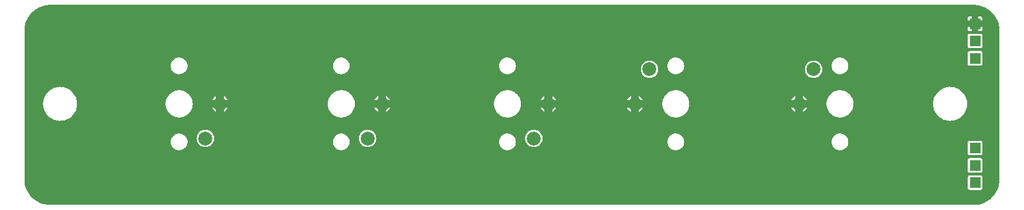
<source format=gbl>
G04 Layer: BottomLayer*
G04 EasyEDA v6.5.34, 2023-08-17 23:02:58*
G04 80a5892e81db4367b3f60eb2337eeb35,8ef1d5b344d144c2b0b16805c6f0e890,10*
G04 Gerber Generator version 0.2*
G04 Scale: 100 percent, Rotated: No, Reflected: No *
G04 Dimensions in millimeters *
G04 leading zeros omitted , absolute positions ,4 integer and 5 decimal *
%FSLAX45Y45*%
%MOMM*%

%ADD10C,2.0000*%
%ADD11R,1.5748X1.5748*%

%LPD*%
G36*
X400253Y-2924098D02*
G01*
X374142Y-2923184D01*
X348742Y-2920542D01*
X323545Y-2916174D01*
X298754Y-2910078D01*
X274421Y-2902356D01*
X250647Y-2892958D01*
X227584Y-2881985D01*
X205333Y-2869438D01*
X183997Y-2855417D01*
X163677Y-2839923D01*
X144424Y-2823159D01*
X126390Y-2805074D01*
X109626Y-2785821D01*
X94183Y-2765450D01*
X80213Y-2744063D01*
X67716Y-2721762D01*
X56743Y-2698699D01*
X47396Y-2674924D01*
X39725Y-2650591D01*
X33680Y-2625750D01*
X29362Y-2600604D01*
X26771Y-2575204D01*
X25908Y-2549398D01*
X25908Y-400608D01*
X26822Y-374142D01*
X29464Y-348742D01*
X33832Y-323545D01*
X39878Y-298754D01*
X47650Y-274421D01*
X57048Y-250647D01*
X68021Y-227584D01*
X80568Y-205333D01*
X94589Y-183997D01*
X110032Y-163677D01*
X126847Y-144424D01*
X144932Y-126390D01*
X164185Y-109626D01*
X184556Y-94183D01*
X205943Y-80213D01*
X228193Y-67716D01*
X251307Y-56743D01*
X275082Y-47396D01*
X299415Y-39725D01*
X324256Y-33680D01*
X349402Y-29362D01*
X374802Y-26771D01*
X400608Y-25908D01*
X13729411Y-25908D01*
X13755878Y-26822D01*
X13781278Y-29464D01*
X13806424Y-33832D01*
X13831265Y-39878D01*
X13855598Y-47650D01*
X13879322Y-57048D01*
X13902385Y-68021D01*
X13924635Y-80568D01*
X13946022Y-94589D01*
X13966342Y-110032D01*
X13985595Y-126847D01*
X14003629Y-144932D01*
X14020393Y-164185D01*
X14035786Y-184556D01*
X14049806Y-205943D01*
X14062303Y-228193D01*
X14073225Y-251307D01*
X14082572Y-275082D01*
X14090294Y-299415D01*
X14096288Y-324256D01*
X14100606Y-349402D01*
X14103197Y-374802D01*
X14104112Y-400608D01*
X14104112Y-2549398D01*
X14103146Y-2575864D01*
X14100556Y-2601264D01*
X14096187Y-2626461D01*
X14090091Y-2651252D01*
X14082369Y-2675585D01*
X14072971Y-2699359D01*
X14061948Y-2722422D01*
X14049451Y-2744673D01*
X14035379Y-2766009D01*
X14019936Y-2786329D01*
X14003121Y-2805582D01*
X13985087Y-2823616D01*
X13965783Y-2840380D01*
X13945412Y-2855823D01*
X13924076Y-2869793D01*
X13901775Y-2882290D01*
X13878712Y-2893212D01*
X13854938Y-2902559D01*
X13830604Y-2910281D01*
X13805763Y-2916326D01*
X13780566Y-2920644D01*
X13755166Y-2923235D01*
X13729411Y-2924098D01*
G37*

%LPC*%
G36*
X13671854Y-2704642D02*
G01*
X13828166Y-2704642D01*
X13834516Y-2703931D01*
X13839951Y-2702001D01*
X13844879Y-2698953D01*
X13848943Y-2694838D01*
X13852042Y-2689961D01*
X13853922Y-2684475D01*
X13854684Y-2678176D01*
X13854684Y-2521813D01*
X13853922Y-2515514D01*
X13852042Y-2510028D01*
X13848943Y-2505151D01*
X13844879Y-2501036D01*
X13839951Y-2497988D01*
X13834516Y-2496058D01*
X13828166Y-2495346D01*
X13671854Y-2495346D01*
X13665504Y-2496058D01*
X13660069Y-2497988D01*
X13655141Y-2501036D01*
X13651077Y-2505151D01*
X13647978Y-2510028D01*
X13646099Y-2515514D01*
X13645388Y-2521813D01*
X13645388Y-2678176D01*
X13646099Y-2684475D01*
X13647978Y-2689961D01*
X13651077Y-2694838D01*
X13655141Y-2698953D01*
X13660069Y-2702001D01*
X13665504Y-2703931D01*
G37*
G36*
X13671854Y-2454656D02*
G01*
X13828166Y-2454656D01*
X13834516Y-2453944D01*
X13839951Y-2452014D01*
X13844879Y-2448966D01*
X13848943Y-2444851D01*
X13852042Y-2439974D01*
X13853922Y-2434488D01*
X13854684Y-2428189D01*
X13854684Y-2271826D01*
X13853922Y-2265527D01*
X13852042Y-2260041D01*
X13848943Y-2255164D01*
X13844879Y-2251049D01*
X13839951Y-2247950D01*
X13834516Y-2246071D01*
X13828166Y-2245360D01*
X13671854Y-2245360D01*
X13665504Y-2246071D01*
X13660069Y-2247950D01*
X13655141Y-2251049D01*
X13651077Y-2255164D01*
X13647978Y-2260041D01*
X13646099Y-2265527D01*
X13645388Y-2271826D01*
X13645388Y-2428189D01*
X13646099Y-2434488D01*
X13647978Y-2439974D01*
X13651077Y-2444851D01*
X13655141Y-2448966D01*
X13660069Y-2452014D01*
X13665504Y-2453944D01*
G37*
G36*
X13671854Y-2204669D02*
G01*
X13828166Y-2204669D01*
X13834516Y-2203907D01*
X13839951Y-2202027D01*
X13844828Y-2198928D01*
X13848943Y-2194864D01*
X13852042Y-2189937D01*
X13853922Y-2184501D01*
X13854633Y-2178151D01*
X13854633Y-2021839D01*
X13853922Y-2015489D01*
X13852042Y-2010054D01*
X13848943Y-2005126D01*
X13844828Y-2001062D01*
X13839951Y-1997964D01*
X13834516Y-1996084D01*
X13828166Y-1995373D01*
X13671854Y-1995373D01*
X13665504Y-1996084D01*
X13660069Y-1997964D01*
X13655141Y-2001062D01*
X13651077Y-2005126D01*
X13647978Y-2010054D01*
X13646048Y-2015489D01*
X13645337Y-2021839D01*
X13645337Y-2178151D01*
X13646048Y-2184501D01*
X13647978Y-2189937D01*
X13651077Y-2194864D01*
X13655141Y-2198928D01*
X13660069Y-2202027D01*
X13665504Y-2203907D01*
G37*
G36*
X9426244Y-2130856D02*
G01*
X9441129Y-2130399D01*
X9455861Y-2128113D01*
X9470186Y-2123998D01*
X9483852Y-2118207D01*
X9496755Y-2110790D01*
X9508642Y-2101799D01*
X9519310Y-2091436D01*
X9528657Y-2079853D01*
X9536480Y-2067204D01*
X9542729Y-2053691D01*
X9547250Y-2039467D01*
X9549942Y-2024837D01*
X9550857Y-2010003D01*
X9549942Y-1995170D01*
X9547250Y-1980539D01*
X9542729Y-1966315D01*
X9536480Y-1952802D01*
X9528657Y-1940153D01*
X9519310Y-1928571D01*
X9508642Y-1918207D01*
X9496755Y-1909216D01*
X9483852Y-1901799D01*
X9470186Y-1896008D01*
X9455861Y-1891944D01*
X9441129Y-1889658D01*
X9426244Y-1889201D01*
X9411462Y-1890572D01*
X9396933Y-1893722D01*
X9382861Y-1898700D01*
X9369552Y-1905304D01*
X9357156Y-1913534D01*
X9345828Y-1923237D01*
X9335820Y-1934210D01*
X9327235Y-1946351D01*
X9320174Y-1959457D01*
X9314789Y-1973376D01*
X9311182Y-1987804D01*
X9309354Y-2002586D01*
X9309354Y-2017471D01*
X9311182Y-2032203D01*
X9314789Y-2046630D01*
X9320174Y-2060549D01*
X9327235Y-2073656D01*
X9335820Y-2085797D01*
X9345828Y-2096770D01*
X9357156Y-2106472D01*
X9369552Y-2114702D01*
X9382861Y-2121306D01*
X9396933Y-2126284D01*
X9411462Y-2129485D01*
G37*
G36*
X6996277Y-2130856D02*
G01*
X7011162Y-2130399D01*
X7025894Y-2128113D01*
X7040168Y-2124049D01*
X7053884Y-2118258D01*
X7066788Y-2110790D01*
X7078675Y-2101799D01*
X7089343Y-2091436D01*
X7098690Y-2079853D01*
X7106513Y-2067204D01*
X7112711Y-2053691D01*
X7117232Y-2039518D01*
X7119975Y-2024888D01*
X7120890Y-2010003D01*
X7119975Y-1995170D01*
X7117232Y-1980539D01*
X7112711Y-1966366D01*
X7106513Y-1952853D01*
X7098690Y-1940153D01*
X7089343Y-1928571D01*
X7078675Y-1918207D01*
X7066788Y-1909267D01*
X7053884Y-1901799D01*
X7040168Y-1896008D01*
X7025894Y-1891944D01*
X7011162Y-1889658D01*
X6996277Y-1889201D01*
X6981444Y-1890572D01*
X6966915Y-1893773D01*
X6952894Y-1898700D01*
X6939584Y-1905355D01*
X6927138Y-1913534D01*
X6915861Y-1923237D01*
X6905853Y-1934260D01*
X6897217Y-1946402D01*
X6890207Y-1959508D01*
X6884822Y-1973376D01*
X6881164Y-1987804D01*
X6879336Y-2002586D01*
X6879336Y-2017471D01*
X6881164Y-2032254D01*
X6884822Y-2046681D01*
X6890207Y-2060549D01*
X6897217Y-2073656D01*
X6905853Y-2085797D01*
X6915861Y-2096820D01*
X6927138Y-2106472D01*
X6939584Y-2114702D01*
X6952894Y-2121357D01*
X6966915Y-2126284D01*
X6981444Y-2129485D01*
G37*
G36*
X11796268Y-2130856D02*
G01*
X11811152Y-2130399D01*
X11825833Y-2128113D01*
X11840159Y-2123998D01*
X11853875Y-2118207D01*
X11866778Y-2110790D01*
X11878665Y-2101799D01*
X11889333Y-2091436D01*
X11898680Y-2079853D01*
X11906504Y-2067204D01*
X11912701Y-2053691D01*
X11917222Y-2039518D01*
X11919966Y-2024888D01*
X11920880Y-2010003D01*
X11919966Y-1995170D01*
X11917222Y-1980539D01*
X11912701Y-1966315D01*
X11906504Y-1952802D01*
X11898680Y-1940153D01*
X11889333Y-1928571D01*
X11878665Y-1918207D01*
X11866778Y-1909216D01*
X11853875Y-1901799D01*
X11840159Y-1896008D01*
X11825833Y-1891944D01*
X11811152Y-1889658D01*
X11796268Y-1889201D01*
X11781434Y-1890572D01*
X11766905Y-1893722D01*
X11752884Y-1898700D01*
X11739524Y-1905304D01*
X11727129Y-1913534D01*
X11715851Y-1923237D01*
X11705793Y-1934210D01*
X11697208Y-1946351D01*
X11690197Y-1959508D01*
X11684812Y-1973376D01*
X11681155Y-1987804D01*
X11679326Y-2002586D01*
X11679326Y-2017471D01*
X11681155Y-2032203D01*
X11684812Y-2046630D01*
X11690197Y-2060549D01*
X11697208Y-2073656D01*
X11705793Y-2085797D01*
X11715851Y-2096770D01*
X11727129Y-2106472D01*
X11739524Y-2114702D01*
X11752884Y-2121357D01*
X11766905Y-2126284D01*
X11781434Y-2129485D01*
G37*
G36*
X4596282Y-2130806D02*
G01*
X4611166Y-2130348D01*
X4625848Y-2128062D01*
X4640173Y-2123998D01*
X4653889Y-2118207D01*
X4666792Y-2110790D01*
X4678680Y-2101799D01*
X4689348Y-2091436D01*
X4698695Y-2079853D01*
X4706518Y-2067204D01*
X4712716Y-2053691D01*
X4717237Y-2039467D01*
X4719980Y-2024837D01*
X4720894Y-2010003D01*
X4719980Y-1995170D01*
X4717237Y-1980539D01*
X4712716Y-1966315D01*
X4706518Y-1952802D01*
X4698695Y-1940153D01*
X4689348Y-1928571D01*
X4678680Y-1918207D01*
X4666792Y-1909216D01*
X4653889Y-1901799D01*
X4640173Y-1896008D01*
X4625848Y-1891893D01*
X4611166Y-1889607D01*
X4596282Y-1889150D01*
X4581448Y-1890522D01*
X4566920Y-1893722D01*
X4552899Y-1898700D01*
X4539589Y-1905304D01*
X4527143Y-1913534D01*
X4515866Y-1923237D01*
X4505807Y-1934210D01*
X4497222Y-1946351D01*
X4490212Y-1959457D01*
X4484827Y-1973376D01*
X4481169Y-1987804D01*
X4479340Y-2002536D01*
X4479340Y-2017420D01*
X4481169Y-2032203D01*
X4484827Y-2046630D01*
X4490212Y-2060549D01*
X4497222Y-2073656D01*
X4505807Y-2085797D01*
X4515866Y-2096770D01*
X4527143Y-2106472D01*
X4539589Y-2114702D01*
X4552899Y-2121306D01*
X4566920Y-2126284D01*
X4581448Y-2129434D01*
G37*
G36*
X2256282Y-2130806D02*
G01*
X2271166Y-2130348D01*
X2285847Y-2128062D01*
X2300173Y-2123998D01*
X2313889Y-2118207D01*
X2326792Y-2110790D01*
X2338679Y-2101799D01*
X2349347Y-2091436D01*
X2358694Y-2079853D01*
X2366518Y-2067204D01*
X2372715Y-2053691D01*
X2377236Y-2039467D01*
X2379980Y-2024837D01*
X2380894Y-2010003D01*
X2379980Y-1995170D01*
X2377236Y-1980539D01*
X2372715Y-1966315D01*
X2366518Y-1952802D01*
X2358694Y-1940153D01*
X2349347Y-1928571D01*
X2338679Y-1918207D01*
X2326792Y-1909216D01*
X2313889Y-1901799D01*
X2300173Y-1896008D01*
X2285847Y-1891893D01*
X2271166Y-1889607D01*
X2256282Y-1889150D01*
X2241448Y-1890522D01*
X2226919Y-1893722D01*
X2212898Y-1898700D01*
X2199589Y-1905304D01*
X2187143Y-1913534D01*
X2175865Y-1923237D01*
X2165807Y-1934210D01*
X2157222Y-1946351D01*
X2150211Y-1959457D01*
X2144826Y-1973376D01*
X2141169Y-1987804D01*
X2139340Y-2002536D01*
X2139340Y-2017420D01*
X2141169Y-2032203D01*
X2144826Y-2046630D01*
X2150211Y-2060549D01*
X2157222Y-2073656D01*
X2165807Y-2085797D01*
X2175865Y-2096770D01*
X2187143Y-2106472D01*
X2199589Y-2114702D01*
X2212898Y-2121306D01*
X2226919Y-2126284D01*
X2241448Y-2129434D01*
G37*
G36*
X7380020Y-2085898D02*
G01*
X7395209Y-2084984D01*
X7410145Y-2082241D01*
X7424674Y-2077720D01*
X7438491Y-2071471D01*
X7451547Y-2063597D01*
X7463485Y-2054250D01*
X7474254Y-2043480D01*
X7483602Y-2031492D01*
X7491475Y-2018487D01*
X7497724Y-2004618D01*
X7502245Y-1990140D01*
X7504988Y-1975154D01*
X7505903Y-1960016D01*
X7504988Y-1944827D01*
X7502245Y-1929892D01*
X7497724Y-1915363D01*
X7491475Y-1901494D01*
X7483602Y-1888489D01*
X7474254Y-1876501D01*
X7463485Y-1865782D01*
X7451547Y-1856384D01*
X7438491Y-1848510D01*
X7424674Y-1842312D01*
X7410145Y-1837791D01*
X7395209Y-1835048D01*
X7380020Y-1834134D01*
X7364831Y-1835048D01*
X7349896Y-1837791D01*
X7335367Y-1842312D01*
X7321499Y-1848510D01*
X7308494Y-1856384D01*
X7296505Y-1865782D01*
X7285786Y-1876501D01*
X7276388Y-1888489D01*
X7268565Y-1901494D01*
X7262317Y-1915363D01*
X7257796Y-1929892D01*
X7255052Y-1944827D01*
X7254138Y-1960016D01*
X7255052Y-1975154D01*
X7257796Y-1990140D01*
X7262317Y-2004618D01*
X7268565Y-2018487D01*
X7276388Y-2031492D01*
X7285786Y-2043480D01*
X7296505Y-2054250D01*
X7308494Y-2063597D01*
X7321499Y-2071471D01*
X7335367Y-2077720D01*
X7349896Y-2082241D01*
X7364831Y-2084984D01*
G37*
G36*
X2640025Y-2085898D02*
G01*
X2655163Y-2084984D01*
X2670149Y-2082241D01*
X2684627Y-2077720D01*
X2698496Y-2071471D01*
X2711500Y-2063597D01*
X2723489Y-2054250D01*
X2734259Y-2043480D01*
X2743606Y-2031492D01*
X2751480Y-2018487D01*
X2757728Y-2004618D01*
X2762250Y-1990140D01*
X2764993Y-1975154D01*
X2765907Y-1960016D01*
X2764993Y-1944827D01*
X2762250Y-1929892D01*
X2757728Y-1915363D01*
X2751480Y-1901494D01*
X2743606Y-1888489D01*
X2734259Y-1876501D01*
X2723489Y-1865782D01*
X2711500Y-1856384D01*
X2698496Y-1848510D01*
X2684627Y-1842312D01*
X2670149Y-1837791D01*
X2655163Y-1835048D01*
X2640025Y-1834134D01*
X2624836Y-1835048D01*
X2609900Y-1837791D01*
X2595372Y-1842312D01*
X2581503Y-1848510D01*
X2568498Y-1856384D01*
X2556510Y-1865782D01*
X2545791Y-1876501D01*
X2536393Y-1888489D01*
X2528519Y-1901494D01*
X2522321Y-1915363D01*
X2517800Y-1929892D01*
X2515057Y-1944827D01*
X2514142Y-1960016D01*
X2515057Y-1975154D01*
X2517800Y-1990140D01*
X2522321Y-2004618D01*
X2528519Y-2018487D01*
X2536393Y-2031492D01*
X2545791Y-2043480D01*
X2556510Y-2054250D01*
X2568498Y-2063597D01*
X2581503Y-2071471D01*
X2595372Y-2077720D01*
X2609900Y-2082241D01*
X2624836Y-2084984D01*
G37*
G36*
X4980025Y-2085898D02*
G01*
X4995164Y-2084984D01*
X5010150Y-2082241D01*
X5024628Y-2077720D01*
X5038496Y-2071471D01*
X5051501Y-2063597D01*
X5063490Y-2054250D01*
X5074259Y-2043480D01*
X5083606Y-2031492D01*
X5091480Y-2018487D01*
X5097729Y-2004618D01*
X5102250Y-1990140D01*
X5104993Y-1975154D01*
X5105908Y-1960016D01*
X5104993Y-1944827D01*
X5102250Y-1929892D01*
X5097729Y-1915363D01*
X5091480Y-1901494D01*
X5083606Y-1888489D01*
X5074259Y-1876501D01*
X5063490Y-1865782D01*
X5051501Y-1856384D01*
X5038496Y-1848510D01*
X5024628Y-1842312D01*
X5010150Y-1837791D01*
X4995164Y-1835048D01*
X4980025Y-1834134D01*
X4964836Y-1835048D01*
X4949901Y-1837791D01*
X4935372Y-1842312D01*
X4921504Y-1848510D01*
X4908499Y-1856384D01*
X4896510Y-1865782D01*
X4885791Y-1876501D01*
X4876393Y-1888489D01*
X4868519Y-1901494D01*
X4862322Y-1915363D01*
X4857800Y-1929892D01*
X4855057Y-1944827D01*
X4854143Y-1960016D01*
X4855057Y-1975154D01*
X4857800Y-1990140D01*
X4862322Y-2004618D01*
X4868519Y-2018487D01*
X4876393Y-2031492D01*
X4885791Y-2043480D01*
X4896510Y-2054250D01*
X4908499Y-2063597D01*
X4921504Y-2071471D01*
X4935372Y-2077720D01*
X4949901Y-2082241D01*
X4964836Y-2084984D01*
G37*
G36*
X534568Y-1705813D02*
G01*
X556310Y-1705356D01*
X577951Y-1702968D01*
X599236Y-1698650D01*
X620115Y-1692452D01*
X640334Y-1684477D01*
X659790Y-1674723D01*
X678332Y-1663293D01*
X695756Y-1650288D01*
X711962Y-1635760D01*
X726795Y-1619910D01*
X740206Y-1602740D01*
X752043Y-1584502D01*
X762203Y-1565300D01*
X770636Y-1545234D01*
X777290Y-1524508D01*
X782066Y-1503273D01*
X784961Y-1481734D01*
X785926Y-1459992D01*
X784961Y-1438249D01*
X782066Y-1416710D01*
X777290Y-1395476D01*
X770636Y-1374749D01*
X762203Y-1354683D01*
X752043Y-1335481D01*
X740206Y-1317244D01*
X726795Y-1300073D01*
X711962Y-1284224D01*
X695756Y-1269695D01*
X678332Y-1256690D01*
X659790Y-1245260D01*
X640334Y-1235506D01*
X620115Y-1227531D01*
X599236Y-1221333D01*
X577951Y-1217015D01*
X556310Y-1214628D01*
X534568Y-1214170D01*
X512876Y-1215593D01*
X491388Y-1218946D01*
X470255Y-1224178D01*
X449681Y-1231290D01*
X429818Y-1240180D01*
X410819Y-1250746D01*
X392836Y-1262989D01*
X376021Y-1276756D01*
X360476Y-1291996D01*
X346303Y-1308506D01*
X333654Y-1326235D01*
X322681Y-1344980D01*
X313334Y-1364640D01*
X305816Y-1385062D01*
X300075Y-1406042D01*
X296265Y-1427429D01*
X294335Y-1449120D01*
X294335Y-1470863D01*
X296265Y-1492554D01*
X300075Y-1513941D01*
X305816Y-1534922D01*
X313334Y-1555343D01*
X322681Y-1575003D01*
X333654Y-1593748D01*
X346303Y-1611477D01*
X360476Y-1627987D01*
X376021Y-1643227D01*
X392836Y-1656994D01*
X410819Y-1669237D01*
X429818Y-1679803D01*
X449681Y-1688693D01*
X470255Y-1695805D01*
X491388Y-1701038D01*
X512876Y-1704390D01*
G37*
G36*
X13384530Y-1705813D02*
G01*
X13406323Y-1705356D01*
X13427913Y-1702968D01*
X13449249Y-1698650D01*
X13470128Y-1692452D01*
X13490346Y-1684477D01*
X13509802Y-1674723D01*
X13528294Y-1663293D01*
X13545718Y-1650288D01*
X13561923Y-1635760D01*
X13576807Y-1619910D01*
X13590219Y-1602740D01*
X13602055Y-1584502D01*
X13612215Y-1565300D01*
X13620648Y-1545234D01*
X13627252Y-1524508D01*
X13632027Y-1503273D01*
X13634923Y-1481734D01*
X13635888Y-1459992D01*
X13634923Y-1438249D01*
X13632027Y-1416710D01*
X13627252Y-1395476D01*
X13620648Y-1374749D01*
X13612215Y-1354683D01*
X13602055Y-1335481D01*
X13590219Y-1317244D01*
X13576807Y-1300073D01*
X13561923Y-1284224D01*
X13545718Y-1269695D01*
X13528294Y-1256690D01*
X13509802Y-1245260D01*
X13490346Y-1235506D01*
X13470128Y-1227531D01*
X13449249Y-1221333D01*
X13427913Y-1217015D01*
X13406323Y-1214628D01*
X13384530Y-1214170D01*
X13362838Y-1215593D01*
X13341350Y-1218946D01*
X13320217Y-1224178D01*
X13299694Y-1231290D01*
X13279831Y-1240180D01*
X13260832Y-1250746D01*
X13242848Y-1262989D01*
X13225983Y-1276756D01*
X13210438Y-1291996D01*
X13196316Y-1308506D01*
X13183666Y-1326235D01*
X13172643Y-1344980D01*
X13163346Y-1364640D01*
X13155777Y-1385062D01*
X13150088Y-1406042D01*
X13146278Y-1427429D01*
X13144347Y-1449120D01*
X13144347Y-1470863D01*
X13146278Y-1492554D01*
X13150088Y-1513941D01*
X13155777Y-1534922D01*
X13163346Y-1555343D01*
X13172643Y-1575003D01*
X13183666Y-1593748D01*
X13196316Y-1611477D01*
X13210438Y-1627987D01*
X13225983Y-1643227D01*
X13242848Y-1656994D01*
X13260832Y-1669237D01*
X13279831Y-1679803D01*
X13299694Y-1688693D01*
X13320217Y-1695805D01*
X13341350Y-1701038D01*
X13362838Y-1704390D01*
G37*
G36*
X6999986Y-1655927D02*
G01*
X7019188Y-1654962D01*
X7038238Y-1652168D01*
X7056881Y-1647494D01*
X7074966Y-1640992D01*
X7092340Y-1632762D01*
X7108850Y-1622907D01*
X7124293Y-1611426D01*
X7138517Y-1598523D01*
X7151420Y-1584299D01*
X7162901Y-1568856D01*
X7172756Y-1552346D01*
X7180986Y-1534972D01*
X7187488Y-1516888D01*
X7192162Y-1498244D01*
X7194956Y-1479194D01*
X7195921Y-1459992D01*
X7194956Y-1440789D01*
X7192162Y-1421790D01*
X7187488Y-1403146D01*
X7180986Y-1385062D01*
X7172756Y-1367688D01*
X7162901Y-1351178D01*
X7151420Y-1335735D01*
X7138517Y-1321511D01*
X7124293Y-1308557D01*
X7108850Y-1297127D01*
X7092340Y-1287221D01*
X7074966Y-1279042D01*
X7056881Y-1272540D01*
X7038238Y-1267866D01*
X7019188Y-1265072D01*
X6999986Y-1264107D01*
X6980783Y-1265072D01*
X6961784Y-1267866D01*
X6943140Y-1272540D01*
X6925056Y-1279042D01*
X6907682Y-1287221D01*
X6891172Y-1297127D01*
X6875729Y-1308557D01*
X6861505Y-1321511D01*
X6848602Y-1335735D01*
X6837121Y-1351178D01*
X6827266Y-1367688D01*
X6819036Y-1385062D01*
X6812534Y-1403146D01*
X6807860Y-1421790D01*
X6805066Y-1440789D01*
X6804101Y-1459992D01*
X6805066Y-1479194D01*
X6807860Y-1498244D01*
X6812534Y-1516888D01*
X6819036Y-1534972D01*
X6827266Y-1552346D01*
X6837121Y-1568856D01*
X6848602Y-1584299D01*
X6861505Y-1598523D01*
X6875729Y-1611426D01*
X6891172Y-1622907D01*
X6907682Y-1632762D01*
X6925056Y-1640992D01*
X6943140Y-1647494D01*
X6961784Y-1652168D01*
X6980783Y-1654962D01*
G37*
G36*
X9430004Y-1655876D02*
G01*
X9449206Y-1654962D01*
X9468205Y-1652117D01*
X9486849Y-1647443D01*
X9504934Y-1640992D01*
X9522358Y-1632762D01*
X9538817Y-1622856D01*
X9554260Y-1611426D01*
X9568535Y-1598523D01*
X9581438Y-1584248D01*
X9592868Y-1568805D01*
X9602774Y-1552346D01*
X9610953Y-1534972D01*
X9617456Y-1516837D01*
X9622129Y-1498193D01*
X9624923Y-1479194D01*
X9625888Y-1459992D01*
X9624923Y-1440789D01*
X9622129Y-1421790D01*
X9617456Y-1403146D01*
X9610953Y-1385011D01*
X9602774Y-1367637D01*
X9592868Y-1351178D01*
X9581438Y-1335735D01*
X9568535Y-1321460D01*
X9554260Y-1308557D01*
X9538817Y-1297127D01*
X9522358Y-1287221D01*
X9504934Y-1278991D01*
X9486849Y-1272540D01*
X9468205Y-1267866D01*
X9449206Y-1265021D01*
X9430004Y-1264107D01*
X9410801Y-1265021D01*
X9391751Y-1267866D01*
X9373108Y-1272540D01*
X9355023Y-1278991D01*
X9337649Y-1287221D01*
X9321139Y-1297127D01*
X9305696Y-1308557D01*
X9291472Y-1321460D01*
X9278569Y-1335735D01*
X9267088Y-1351178D01*
X9257233Y-1367637D01*
X9249003Y-1385011D01*
X9242552Y-1403146D01*
X9237878Y-1421790D01*
X9235033Y-1440789D01*
X9234068Y-1459992D01*
X9235033Y-1479194D01*
X9237878Y-1498193D01*
X9242552Y-1516837D01*
X9249003Y-1534972D01*
X9257233Y-1552346D01*
X9267088Y-1568805D01*
X9278569Y-1584248D01*
X9291472Y-1598523D01*
X9305696Y-1611426D01*
X9321139Y-1622856D01*
X9337649Y-1632762D01*
X9355023Y-1640992D01*
X9373108Y-1647443D01*
X9391751Y-1652117D01*
X9410801Y-1654962D01*
G37*
G36*
X4599990Y-1655876D02*
G01*
X4619193Y-1654962D01*
X4638243Y-1652117D01*
X4656886Y-1647443D01*
X4674971Y-1640992D01*
X4692345Y-1632762D01*
X4708855Y-1622856D01*
X4724298Y-1611426D01*
X4738522Y-1598523D01*
X4751425Y-1584248D01*
X4762906Y-1568805D01*
X4772761Y-1552346D01*
X4780991Y-1534972D01*
X4787493Y-1516837D01*
X4792167Y-1498193D01*
X4794961Y-1479194D01*
X4795926Y-1459992D01*
X4794961Y-1440789D01*
X4792167Y-1421790D01*
X4787493Y-1403146D01*
X4780991Y-1385011D01*
X4772761Y-1367637D01*
X4762906Y-1351178D01*
X4751425Y-1335735D01*
X4738522Y-1321460D01*
X4724298Y-1308557D01*
X4708855Y-1297127D01*
X4692345Y-1287221D01*
X4674971Y-1278991D01*
X4656886Y-1272540D01*
X4638243Y-1267866D01*
X4619193Y-1265021D01*
X4599990Y-1264107D01*
X4580788Y-1265021D01*
X4561789Y-1267866D01*
X4543145Y-1272540D01*
X4525060Y-1278991D01*
X4507687Y-1287221D01*
X4491177Y-1297127D01*
X4475734Y-1308557D01*
X4461510Y-1321460D01*
X4448556Y-1335735D01*
X4437126Y-1351178D01*
X4427220Y-1367637D01*
X4419041Y-1385011D01*
X4412538Y-1403146D01*
X4407865Y-1421790D01*
X4405071Y-1440789D01*
X4404106Y-1459992D01*
X4405071Y-1479194D01*
X4407865Y-1498193D01*
X4412538Y-1516837D01*
X4419041Y-1534972D01*
X4427220Y-1552346D01*
X4437126Y-1568805D01*
X4448556Y-1584248D01*
X4461510Y-1598523D01*
X4475734Y-1611426D01*
X4491177Y-1622856D01*
X4507687Y-1632762D01*
X4525060Y-1640992D01*
X4543145Y-1647443D01*
X4561789Y-1652117D01*
X4580788Y-1654962D01*
G37*
G36*
X11799976Y-1655876D02*
G01*
X11819178Y-1654962D01*
X11838228Y-1652117D01*
X11856872Y-1647443D01*
X11874957Y-1640992D01*
X11892330Y-1632762D01*
X11908840Y-1622856D01*
X11924284Y-1611426D01*
X11938508Y-1598523D01*
X11951411Y-1584248D01*
X11962892Y-1568856D01*
X11972747Y-1552346D01*
X11980976Y-1534972D01*
X11987479Y-1516888D01*
X11992102Y-1498193D01*
X11994946Y-1479194D01*
X11995912Y-1459992D01*
X11994946Y-1440789D01*
X11992102Y-1421790D01*
X11987479Y-1403146D01*
X11980976Y-1385011D01*
X11972747Y-1367637D01*
X11962892Y-1351178D01*
X11951411Y-1335735D01*
X11938508Y-1321460D01*
X11924284Y-1308557D01*
X11908840Y-1297127D01*
X11892330Y-1287221D01*
X11874957Y-1278991D01*
X11856872Y-1272540D01*
X11838228Y-1267866D01*
X11819178Y-1265021D01*
X11799976Y-1264107D01*
X11780774Y-1265021D01*
X11761774Y-1267866D01*
X11743131Y-1272540D01*
X11725046Y-1278991D01*
X11707622Y-1287221D01*
X11691162Y-1297127D01*
X11675719Y-1308557D01*
X11661495Y-1321460D01*
X11648541Y-1335735D01*
X11637111Y-1351178D01*
X11627205Y-1367637D01*
X11619026Y-1385011D01*
X11612524Y-1403146D01*
X11607850Y-1421790D01*
X11605056Y-1440789D01*
X11604091Y-1459992D01*
X11605056Y-1479194D01*
X11607850Y-1498193D01*
X11612524Y-1516888D01*
X11619026Y-1534972D01*
X11627205Y-1552346D01*
X11637111Y-1568856D01*
X11648541Y-1584248D01*
X11661495Y-1598523D01*
X11675719Y-1611426D01*
X11691162Y-1622856D01*
X11707622Y-1632762D01*
X11725046Y-1640992D01*
X11743131Y-1647443D01*
X11761774Y-1652117D01*
X11780774Y-1654962D01*
G37*
G36*
X2259990Y-1655876D02*
G01*
X2279192Y-1654962D01*
X2298242Y-1652117D01*
X2316886Y-1647443D01*
X2334971Y-1640992D01*
X2352344Y-1632762D01*
X2368854Y-1622856D01*
X2384298Y-1611426D01*
X2398522Y-1598523D01*
X2411425Y-1584248D01*
X2422906Y-1568805D01*
X2432761Y-1552346D01*
X2440990Y-1534972D01*
X2447493Y-1516837D01*
X2452166Y-1498193D01*
X2454960Y-1479194D01*
X2455926Y-1459992D01*
X2454960Y-1440789D01*
X2452166Y-1421790D01*
X2447493Y-1403146D01*
X2440990Y-1385011D01*
X2432761Y-1367637D01*
X2422906Y-1351178D01*
X2411425Y-1335735D01*
X2398522Y-1321460D01*
X2384298Y-1308557D01*
X2368854Y-1297127D01*
X2352344Y-1287221D01*
X2334971Y-1278991D01*
X2316886Y-1272540D01*
X2298242Y-1267866D01*
X2279192Y-1265021D01*
X2259990Y-1264107D01*
X2240788Y-1265021D01*
X2221788Y-1267866D01*
X2203145Y-1272540D01*
X2185060Y-1278991D01*
X2167686Y-1287221D01*
X2151176Y-1297127D01*
X2135733Y-1308557D01*
X2121509Y-1321460D01*
X2108555Y-1335735D01*
X2097125Y-1351178D01*
X2087219Y-1367637D01*
X2079040Y-1385011D01*
X2072538Y-1403146D01*
X2067864Y-1421790D01*
X2065070Y-1440789D01*
X2064105Y-1459992D01*
X2065070Y-1479194D01*
X2067864Y-1498193D01*
X2072538Y-1516837D01*
X2079040Y-1534972D01*
X2087219Y-1552346D01*
X2097125Y-1568805D01*
X2108555Y-1584248D01*
X2121509Y-1598523D01*
X2135733Y-1611426D01*
X2151176Y-1622856D01*
X2167686Y-1632762D01*
X2185060Y-1640992D01*
X2203145Y-1647443D01*
X2221788Y-1652117D01*
X2240788Y-1654962D01*
G37*
G36*
X8783675Y-1572463D02*
G01*
X8783675Y-1516329D01*
X8727592Y-1516329D01*
X8728557Y-1518513D01*
X8736380Y-1531518D01*
X8745778Y-1543456D01*
X8756548Y-1554226D01*
X8768486Y-1563624D01*
X8781491Y-1571447D01*
G37*
G36*
X7646365Y-1572463D02*
G01*
X7648498Y-1571447D01*
X7661503Y-1563624D01*
X7673492Y-1554226D01*
X7684211Y-1543456D01*
X7693609Y-1531518D01*
X7701483Y-1518513D01*
X7702448Y-1516329D01*
X7646365Y-1516329D01*
G37*
G36*
X2906318Y-1572463D02*
G01*
X2908503Y-1571447D01*
X2921508Y-1563624D01*
X2933496Y-1554226D01*
X2944215Y-1543456D01*
X2953613Y-1531518D01*
X2961436Y-1518513D01*
X2962452Y-1516329D01*
X2906318Y-1516329D01*
G37*
G36*
X5133644Y-1572463D02*
G01*
X5133644Y-1516329D01*
X5077561Y-1516329D01*
X5078526Y-1518513D01*
X5086400Y-1531518D01*
X5095748Y-1543456D01*
X5106517Y-1554226D01*
X5118455Y-1563624D01*
X5131511Y-1571447D01*
G37*
G36*
X8896350Y-1572463D02*
G01*
X8898534Y-1571447D01*
X8911539Y-1563624D01*
X8923477Y-1554226D01*
X8934246Y-1543456D01*
X8943594Y-1531518D01*
X8951468Y-1518513D01*
X8952433Y-1516329D01*
X8896350Y-1516329D01*
G37*
G36*
X11153648Y-1572463D02*
G01*
X11153648Y-1516329D01*
X11097564Y-1516329D01*
X11098530Y-1518513D01*
X11106404Y-1531518D01*
X11115802Y-1543456D01*
X11126520Y-1554226D01*
X11138509Y-1563624D01*
X11151514Y-1571447D01*
G37*
G36*
X11266373Y-1572463D02*
G01*
X11268506Y-1571447D01*
X11281511Y-1563624D01*
X11293500Y-1554226D01*
X11304219Y-1543456D01*
X11313617Y-1531518D01*
X11321491Y-1518513D01*
X11322456Y-1516329D01*
X11266373Y-1516329D01*
G37*
G36*
X2793644Y-1572463D02*
G01*
X2793644Y-1516329D01*
X2737561Y-1516329D01*
X2738526Y-1518513D01*
X2746400Y-1531518D01*
X2755747Y-1543456D01*
X2766517Y-1554226D01*
X2778455Y-1563624D01*
X2791510Y-1571447D01*
G37*
G36*
X7533640Y-1572463D02*
G01*
X7533640Y-1516329D01*
X7477556Y-1516329D01*
X7478522Y-1518513D01*
X7486396Y-1531518D01*
X7495743Y-1543456D01*
X7506512Y-1554226D01*
X7518501Y-1563624D01*
X7531506Y-1571447D01*
G37*
G36*
X5246319Y-1572463D02*
G01*
X5248503Y-1571447D01*
X5261508Y-1563624D01*
X5273497Y-1554226D01*
X5284216Y-1543456D01*
X5293614Y-1531518D01*
X5301437Y-1518513D01*
X5302453Y-1516329D01*
X5246319Y-1516329D01*
G37*
G36*
X8727592Y-1403654D02*
G01*
X8783675Y-1403654D01*
X8783675Y-1347571D01*
X8781491Y-1348536D01*
X8768486Y-1356410D01*
X8756548Y-1365758D01*
X8745778Y-1376527D01*
X8736380Y-1388465D01*
X8728557Y-1401521D01*
G37*
G36*
X7646365Y-1403654D02*
G01*
X7702448Y-1403654D01*
X7701483Y-1401521D01*
X7693609Y-1388465D01*
X7684211Y-1376527D01*
X7673492Y-1365758D01*
X7661503Y-1356410D01*
X7648498Y-1348536D01*
X7646365Y-1347571D01*
G37*
G36*
X5077561Y-1403654D02*
G01*
X5133644Y-1403654D01*
X5133644Y-1347571D01*
X5131511Y-1348536D01*
X5118455Y-1356410D01*
X5106517Y-1365758D01*
X5095748Y-1376527D01*
X5086400Y-1388465D01*
X5078526Y-1401521D01*
G37*
G36*
X2906318Y-1403654D02*
G01*
X2962452Y-1403654D01*
X2961436Y-1401521D01*
X2953613Y-1388465D01*
X2944215Y-1376527D01*
X2933496Y-1365758D01*
X2921508Y-1356410D01*
X2908503Y-1348536D01*
X2906318Y-1347571D01*
G37*
G36*
X11097564Y-1403654D02*
G01*
X11153648Y-1403654D01*
X11153648Y-1347571D01*
X11151514Y-1348536D01*
X11138509Y-1356410D01*
X11126520Y-1365758D01*
X11115802Y-1376527D01*
X11106404Y-1388465D01*
X11098530Y-1401521D01*
G37*
G36*
X8896350Y-1403654D02*
G01*
X8952433Y-1403654D01*
X8951468Y-1401521D01*
X8943594Y-1388465D01*
X8934246Y-1376527D01*
X8923477Y-1365758D01*
X8911539Y-1356410D01*
X8898534Y-1348536D01*
X8896350Y-1347571D01*
G37*
G36*
X11266373Y-1403654D02*
G01*
X11322456Y-1403654D01*
X11321491Y-1401521D01*
X11313617Y-1388465D01*
X11304219Y-1376527D01*
X11293500Y-1365758D01*
X11281511Y-1356410D01*
X11268506Y-1348536D01*
X11266373Y-1347571D01*
G37*
G36*
X2737561Y-1403654D02*
G01*
X2793644Y-1403654D01*
X2793644Y-1347571D01*
X2791510Y-1348536D01*
X2778455Y-1356410D01*
X2766517Y-1365758D01*
X2755747Y-1376527D01*
X2746400Y-1388465D01*
X2738526Y-1401521D01*
G37*
G36*
X5246319Y-1403654D02*
G01*
X5302453Y-1403654D01*
X5301437Y-1401521D01*
X5293614Y-1388465D01*
X5284216Y-1376527D01*
X5273497Y-1365758D01*
X5261508Y-1356410D01*
X5248503Y-1348536D01*
X5246319Y-1347571D01*
G37*
G36*
X7477556Y-1403654D02*
G01*
X7533640Y-1403654D01*
X7533640Y-1347571D01*
X7531506Y-1348536D01*
X7518501Y-1356410D01*
X7506512Y-1365758D01*
X7495743Y-1376527D01*
X7486396Y-1388465D01*
X7478522Y-1401521D01*
G37*
G36*
X11419992Y-1085900D02*
G01*
X11435181Y-1084986D01*
X11450116Y-1082243D01*
X11464645Y-1077722D01*
X11478514Y-1071473D01*
X11491518Y-1063599D01*
X11503456Y-1054252D01*
X11514226Y-1043482D01*
X11523573Y-1031494D01*
X11531447Y-1018489D01*
X11537696Y-1004620D01*
X11542217Y-990142D01*
X11544960Y-975156D01*
X11545874Y-960018D01*
X11544960Y-944829D01*
X11542217Y-929894D01*
X11537696Y-915365D01*
X11531447Y-901496D01*
X11523573Y-888492D01*
X11514226Y-876503D01*
X11503456Y-865784D01*
X11491518Y-856386D01*
X11478514Y-848512D01*
X11464645Y-842314D01*
X11450116Y-837793D01*
X11435181Y-835050D01*
X11419992Y-834136D01*
X11404803Y-835050D01*
X11389868Y-837793D01*
X11375339Y-842314D01*
X11361470Y-848512D01*
X11348466Y-856386D01*
X11336528Y-865784D01*
X11325758Y-876503D01*
X11316360Y-888492D01*
X11308537Y-901496D01*
X11302288Y-915365D01*
X11297767Y-929894D01*
X11295024Y-944829D01*
X11294110Y-960018D01*
X11295024Y-975156D01*
X11297767Y-990142D01*
X11302288Y-1004620D01*
X11308537Y-1018489D01*
X11316360Y-1031494D01*
X11325758Y-1043482D01*
X11336528Y-1054252D01*
X11348466Y-1063599D01*
X11361470Y-1071473D01*
X11375339Y-1077722D01*
X11389868Y-1082243D01*
X11404803Y-1084986D01*
G37*
G36*
X9049969Y-1085900D02*
G01*
X9065158Y-1084986D01*
X9080093Y-1082243D01*
X9094622Y-1077722D01*
X9108490Y-1071473D01*
X9121495Y-1063599D01*
X9133484Y-1054252D01*
X9144203Y-1043482D01*
X9153601Y-1031494D01*
X9161475Y-1018489D01*
X9167672Y-1004620D01*
X9172244Y-990142D01*
X9174937Y-975156D01*
X9175902Y-960018D01*
X9174937Y-944829D01*
X9172244Y-929894D01*
X9167672Y-915365D01*
X9161475Y-901496D01*
X9153601Y-888492D01*
X9144203Y-876503D01*
X9133484Y-865784D01*
X9121495Y-856386D01*
X9108490Y-848512D01*
X9094622Y-842314D01*
X9080093Y-837793D01*
X9065158Y-835050D01*
X9049969Y-834136D01*
X9034830Y-835050D01*
X9019844Y-837793D01*
X9005366Y-842314D01*
X8991498Y-848512D01*
X8978493Y-856386D01*
X8966504Y-865784D01*
X8955735Y-876503D01*
X8946388Y-888492D01*
X8938514Y-901496D01*
X8932265Y-915365D01*
X8927744Y-929894D01*
X8925001Y-944829D01*
X8924086Y-960018D01*
X8925001Y-975156D01*
X8927744Y-990142D01*
X8932265Y-1004620D01*
X8938514Y-1018489D01*
X8946388Y-1031494D01*
X8955735Y-1043482D01*
X8966504Y-1054252D01*
X8978493Y-1063599D01*
X8991498Y-1071473D01*
X9005366Y-1077722D01*
X9019844Y-1082243D01*
X9034830Y-1084986D01*
G37*
G36*
X11796268Y-1030833D02*
G01*
X11811152Y-1030376D01*
X11825833Y-1028090D01*
X11840159Y-1023975D01*
X11853875Y-1018184D01*
X11866778Y-1010767D01*
X11878665Y-1001776D01*
X11889333Y-991412D01*
X11898680Y-979830D01*
X11906504Y-967181D01*
X11912701Y-953668D01*
X11917222Y-939495D01*
X11919966Y-924864D01*
X11920880Y-909980D01*
X11919966Y-895146D01*
X11917222Y-880516D01*
X11912701Y-866292D01*
X11906504Y-852779D01*
X11898680Y-840130D01*
X11889333Y-828548D01*
X11878665Y-818184D01*
X11866778Y-809193D01*
X11853875Y-801776D01*
X11840159Y-795985D01*
X11825833Y-791921D01*
X11811152Y-789635D01*
X11796268Y-789178D01*
X11781434Y-790549D01*
X11766905Y-793699D01*
X11752884Y-798677D01*
X11739524Y-805281D01*
X11727129Y-813511D01*
X11715851Y-823214D01*
X11705793Y-834186D01*
X11697208Y-846328D01*
X11690197Y-859485D01*
X11684812Y-873353D01*
X11681155Y-887780D01*
X11679326Y-902563D01*
X11679326Y-917448D01*
X11681155Y-932180D01*
X11684812Y-946607D01*
X11690197Y-960526D01*
X11697208Y-973632D01*
X11705793Y-985774D01*
X11715851Y-996746D01*
X11727129Y-1006449D01*
X11739524Y-1014679D01*
X11752884Y-1021334D01*
X11766905Y-1026261D01*
X11781434Y-1029462D01*
G37*
G36*
X6996277Y-1030833D02*
G01*
X7011162Y-1030376D01*
X7025894Y-1028090D01*
X7040168Y-1024026D01*
X7053884Y-1018235D01*
X7066788Y-1010767D01*
X7078675Y-1001776D01*
X7089343Y-991412D01*
X7098690Y-979830D01*
X7106513Y-967181D01*
X7112711Y-953668D01*
X7117232Y-939495D01*
X7119975Y-924864D01*
X7120890Y-909980D01*
X7119975Y-895146D01*
X7117232Y-880516D01*
X7112711Y-866343D01*
X7106513Y-852830D01*
X7098690Y-840130D01*
X7089343Y-828548D01*
X7078675Y-818184D01*
X7066788Y-809244D01*
X7053884Y-801776D01*
X7040168Y-795985D01*
X7025894Y-791921D01*
X7011162Y-789635D01*
X6996277Y-789178D01*
X6981444Y-790549D01*
X6966915Y-793750D01*
X6952894Y-798677D01*
X6939584Y-805332D01*
X6927138Y-813511D01*
X6915861Y-823214D01*
X6905853Y-834237D01*
X6897217Y-846378D01*
X6890207Y-859485D01*
X6884822Y-873353D01*
X6881164Y-887780D01*
X6879336Y-902563D01*
X6879336Y-917448D01*
X6881164Y-932230D01*
X6884822Y-946658D01*
X6890207Y-960526D01*
X6897217Y-973632D01*
X6905853Y-985774D01*
X6915861Y-996797D01*
X6927138Y-1006449D01*
X6939584Y-1014679D01*
X6952894Y-1021334D01*
X6966915Y-1026261D01*
X6981444Y-1029462D01*
G37*
G36*
X9426244Y-1030833D02*
G01*
X9441129Y-1030376D01*
X9455861Y-1028090D01*
X9470186Y-1023975D01*
X9483852Y-1018184D01*
X9496755Y-1010767D01*
X9508642Y-1001776D01*
X9519310Y-991412D01*
X9528657Y-979830D01*
X9536480Y-967181D01*
X9542729Y-953668D01*
X9547250Y-939444D01*
X9549942Y-924814D01*
X9550857Y-909980D01*
X9549942Y-895146D01*
X9547250Y-880516D01*
X9542729Y-866292D01*
X9536480Y-852779D01*
X9528657Y-840130D01*
X9519310Y-828548D01*
X9508642Y-818184D01*
X9496755Y-809193D01*
X9483852Y-801776D01*
X9470186Y-795985D01*
X9455861Y-791921D01*
X9441129Y-789635D01*
X9426244Y-789178D01*
X9411462Y-790549D01*
X9396933Y-793699D01*
X9382861Y-798677D01*
X9369552Y-805281D01*
X9357156Y-813511D01*
X9345828Y-823214D01*
X9335820Y-834186D01*
X9327235Y-846328D01*
X9320174Y-859434D01*
X9314789Y-873353D01*
X9311182Y-887780D01*
X9309354Y-902563D01*
X9309354Y-917448D01*
X9311182Y-932180D01*
X9314789Y-946607D01*
X9320174Y-960526D01*
X9327235Y-973632D01*
X9335820Y-985774D01*
X9345828Y-996746D01*
X9357156Y-1006449D01*
X9369552Y-1014679D01*
X9382861Y-1021283D01*
X9396933Y-1026261D01*
X9411462Y-1029462D01*
G37*
G36*
X2256282Y-1030782D02*
G01*
X2271166Y-1030325D01*
X2285847Y-1028039D01*
X2300173Y-1023975D01*
X2313889Y-1018184D01*
X2326792Y-1010767D01*
X2338679Y-1001776D01*
X2349347Y-991412D01*
X2358694Y-979830D01*
X2366518Y-967181D01*
X2372715Y-953668D01*
X2377236Y-939444D01*
X2379980Y-924814D01*
X2380894Y-909980D01*
X2379980Y-895146D01*
X2377236Y-880516D01*
X2372715Y-866292D01*
X2366518Y-852779D01*
X2358694Y-840130D01*
X2349347Y-828548D01*
X2338679Y-818184D01*
X2326792Y-809193D01*
X2313889Y-801776D01*
X2300173Y-795985D01*
X2285847Y-791870D01*
X2271166Y-789584D01*
X2256282Y-789127D01*
X2241448Y-790498D01*
X2226919Y-793699D01*
X2212898Y-798677D01*
X2199589Y-805281D01*
X2187143Y-813511D01*
X2175865Y-823214D01*
X2165807Y-834186D01*
X2157222Y-846328D01*
X2150211Y-859434D01*
X2144826Y-873353D01*
X2141169Y-887780D01*
X2139340Y-902512D01*
X2139340Y-917397D01*
X2141169Y-932180D01*
X2144826Y-946607D01*
X2150211Y-960526D01*
X2157222Y-973632D01*
X2165807Y-985774D01*
X2175865Y-996746D01*
X2187143Y-1006449D01*
X2199589Y-1014679D01*
X2212898Y-1021283D01*
X2226919Y-1026261D01*
X2241448Y-1029411D01*
G37*
G36*
X4596282Y-1030782D02*
G01*
X4611166Y-1030325D01*
X4625848Y-1028039D01*
X4640173Y-1023975D01*
X4653889Y-1018184D01*
X4666792Y-1010767D01*
X4678680Y-1001776D01*
X4689348Y-991412D01*
X4698695Y-979830D01*
X4706518Y-967181D01*
X4712716Y-953668D01*
X4717237Y-939444D01*
X4719980Y-924814D01*
X4720894Y-909980D01*
X4719980Y-895146D01*
X4717237Y-880516D01*
X4712716Y-866292D01*
X4706518Y-852779D01*
X4698695Y-840130D01*
X4689348Y-828548D01*
X4678680Y-818184D01*
X4666792Y-809193D01*
X4653889Y-801776D01*
X4640173Y-795985D01*
X4625848Y-791870D01*
X4611166Y-789584D01*
X4596282Y-789127D01*
X4581448Y-790498D01*
X4566920Y-793699D01*
X4552899Y-798677D01*
X4539589Y-805281D01*
X4527143Y-813511D01*
X4515866Y-823214D01*
X4505807Y-834186D01*
X4497222Y-846328D01*
X4490212Y-859434D01*
X4484827Y-873353D01*
X4481169Y-887780D01*
X4479340Y-902512D01*
X4479340Y-917397D01*
X4481169Y-932180D01*
X4484827Y-946607D01*
X4490212Y-960526D01*
X4497222Y-973632D01*
X4505807Y-985774D01*
X4515866Y-996746D01*
X4527143Y-1006449D01*
X4539589Y-1014679D01*
X4552899Y-1021283D01*
X4566920Y-1026261D01*
X4581448Y-1029411D01*
G37*
G36*
X13671854Y-904646D02*
G01*
X13828166Y-904646D01*
X13834516Y-903935D01*
X13839951Y-902004D01*
X13844879Y-898956D01*
X13848943Y-894842D01*
X13852042Y-889965D01*
X13853922Y-884478D01*
X13854684Y-878179D01*
X13854684Y-721817D01*
X13853922Y-715518D01*
X13852042Y-710031D01*
X13848943Y-705154D01*
X13844879Y-701040D01*
X13839951Y-697992D01*
X13834516Y-696061D01*
X13828166Y-695350D01*
X13671854Y-695350D01*
X13665504Y-696061D01*
X13660069Y-697992D01*
X13655141Y-701040D01*
X13651077Y-705154D01*
X13647978Y-710031D01*
X13646099Y-715518D01*
X13645388Y-721817D01*
X13645388Y-878179D01*
X13646099Y-884478D01*
X13647978Y-889965D01*
X13651077Y-894842D01*
X13655141Y-898956D01*
X13660069Y-902004D01*
X13665504Y-903935D01*
G37*
G36*
X13671854Y-654659D02*
G01*
X13828166Y-654659D01*
X13834516Y-653948D01*
X13839951Y-652018D01*
X13844879Y-648970D01*
X13848943Y-644855D01*
X13852042Y-639978D01*
X13853922Y-634492D01*
X13854684Y-628192D01*
X13854684Y-471830D01*
X13853922Y-465531D01*
X13852042Y-460044D01*
X13848943Y-455168D01*
X13844879Y-451053D01*
X13839951Y-448005D01*
X13834516Y-446074D01*
X13828166Y-445363D01*
X13671854Y-445363D01*
X13665504Y-446074D01*
X13660069Y-448005D01*
X13655141Y-451053D01*
X13651077Y-455168D01*
X13647978Y-460044D01*
X13646099Y-465531D01*
X13645388Y-471830D01*
X13645388Y-628192D01*
X13646099Y-634492D01*
X13647978Y-639978D01*
X13651077Y-644855D01*
X13655141Y-648970D01*
X13660069Y-652018D01*
X13665504Y-653948D01*
G37*
G36*
X13671854Y-404672D02*
G01*
X13704265Y-404672D01*
X13704265Y-345744D01*
X13645337Y-345744D01*
X13645337Y-378155D01*
X13646048Y-384505D01*
X13647978Y-389940D01*
X13651077Y-394868D01*
X13655141Y-398932D01*
X13660069Y-402031D01*
X13665504Y-403910D01*
G37*
G36*
X13795705Y-404672D02*
G01*
X13828166Y-404672D01*
X13834516Y-403910D01*
X13839951Y-402031D01*
X13844828Y-398932D01*
X13848943Y-394868D01*
X13852042Y-389940D01*
X13853922Y-384505D01*
X13854633Y-378155D01*
X13854633Y-345744D01*
X13795705Y-345744D01*
G37*
G36*
X13795705Y-254304D02*
G01*
X13854633Y-254304D01*
X13854633Y-221843D01*
X13853922Y-215493D01*
X13852042Y-210058D01*
X13848943Y-205130D01*
X13844828Y-201066D01*
X13839951Y-197967D01*
X13834516Y-196088D01*
X13828166Y-195376D01*
X13795705Y-195376D01*
G37*
G36*
X13645337Y-254304D02*
G01*
X13704265Y-254304D01*
X13704265Y-195376D01*
X13671854Y-195376D01*
X13665504Y-196088D01*
X13660069Y-197967D01*
X13655141Y-201066D01*
X13651077Y-205130D01*
X13647978Y-210058D01*
X13646048Y-215493D01*
X13645337Y-221843D01*
G37*

%LPD*%
D10*
G01*
X11210010Y-1459992D03*
G01*
X11419992Y-959993D03*
G01*
X8840012Y-1459992D03*
G01*
X9049994Y-959993D03*
G01*
X7590002Y-1460017D03*
G01*
X7380020Y-1960016D03*
G01*
X5190007Y-1459992D03*
G01*
X4980025Y-1959990D03*
G01*
X2850006Y-1459992D03*
G01*
X2640025Y-1959990D03*
D11*
G01*
X13750010Y-550011D03*
G01*
X13750010Y-799998D03*
G01*
X13750010Y-2099995D03*
G01*
X13750010Y-2350007D03*
G01*
X13750010Y-2599994D03*
G01*
X13750010Y-299999D03*
M02*

</source>
